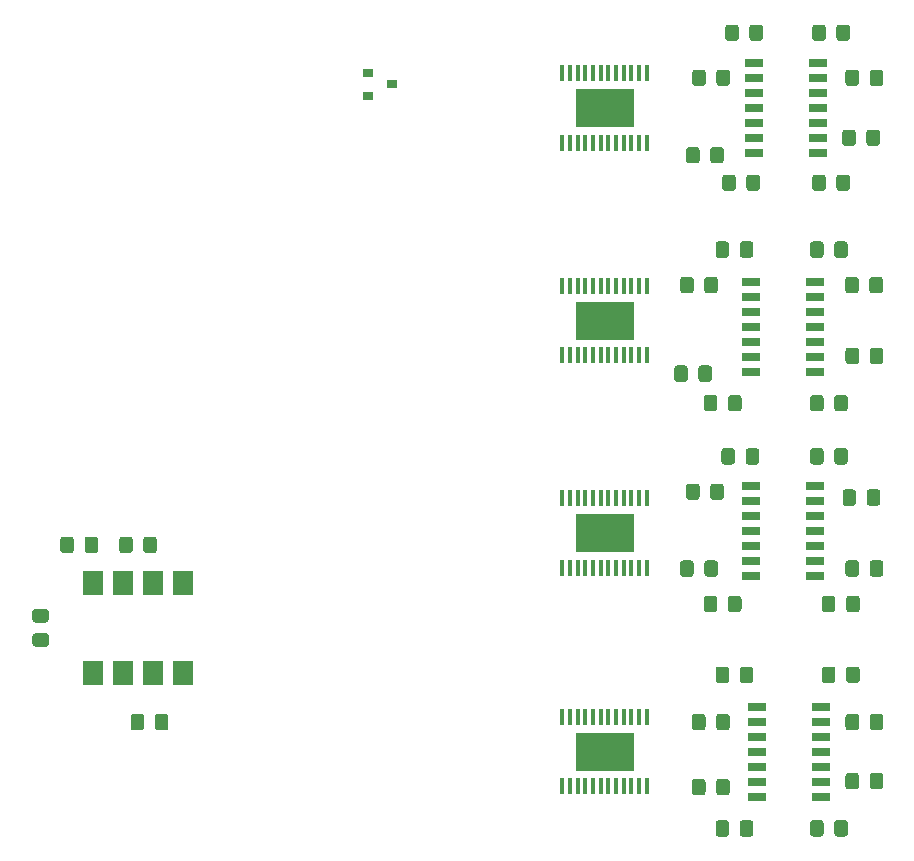
<source format=gbr>
%TF.GenerationSoftware,KiCad,Pcbnew,(5.1.7)-1*%
%TF.CreationDate,2020-10-31T18:56:12+01:00*%
%TF.ProjectId,MidiToCV,4d696469-546f-4435-962e-6b696361645f,rev?*%
%TF.SameCoordinates,Original*%
%TF.FileFunction,Paste,Top*%
%TF.FilePolarity,Positive*%
%FSLAX46Y46*%
G04 Gerber Fmt 4.6, Leading zero omitted, Abs format (unit mm)*
G04 Created by KiCad (PCBNEW (5.1.7)-1) date 2020-10-31 18:56:12*
%MOMM*%
%LPD*%
G01*
G04 APERTURE LIST*
%ADD10R,1.780000X2.000000*%
%ADD11R,0.900000X0.800000*%
%ADD12R,0.450000X1.475000*%
%ADD13R,5.020000X3.250000*%
%ADD14R,1.525000X0.650000*%
G04 APERTURE END LIST*
D10*
%TO.C,U4*%
X43690000Y-67190000D03*
X51310000Y-74810000D03*
X46230000Y-67190000D03*
X48770000Y-74810000D03*
X48770000Y-67190000D03*
X46230000Y-74810000D03*
X51310000Y-67190000D03*
X43690000Y-74810000D03*
%TD*%
%TO.C,R34*%
G36*
G01*
X47050000Y-63549999D02*
X47050000Y-64450001D01*
G75*
G02*
X46800001Y-64700000I-249999J0D01*
G01*
X46149999Y-64700000D01*
G75*
G02*
X45900000Y-64450001I0J249999D01*
G01*
X45900000Y-63549999D01*
G75*
G02*
X46149999Y-63300000I249999J0D01*
G01*
X46800001Y-63300000D01*
G75*
G02*
X47050000Y-63549999I0J-249999D01*
G01*
G37*
G36*
G01*
X49100000Y-63549999D02*
X49100000Y-64450001D01*
G75*
G02*
X48850001Y-64700000I-249999J0D01*
G01*
X48199999Y-64700000D01*
G75*
G02*
X47950000Y-64450001I0J249999D01*
G01*
X47950000Y-63549999D01*
G75*
G02*
X48199999Y-63300000I249999J0D01*
G01*
X48850001Y-63300000D01*
G75*
G02*
X49100000Y-63549999I0J-249999D01*
G01*
G37*
%TD*%
%TO.C,R33*%
G36*
G01*
X39700001Y-70575000D02*
X38799999Y-70575000D01*
G75*
G02*
X38550000Y-70325001I0J249999D01*
G01*
X38550000Y-69674999D01*
G75*
G02*
X38799999Y-69425000I249999J0D01*
G01*
X39700001Y-69425000D01*
G75*
G02*
X39950000Y-69674999I0J-249999D01*
G01*
X39950000Y-70325001D01*
G75*
G02*
X39700001Y-70575000I-249999J0D01*
G01*
G37*
G36*
G01*
X39700001Y-72625000D02*
X38799999Y-72625000D01*
G75*
G02*
X38550000Y-72375001I0J249999D01*
G01*
X38550000Y-71724999D01*
G75*
G02*
X38799999Y-71475000I249999J0D01*
G01*
X39700001Y-71475000D01*
G75*
G02*
X39950000Y-71724999I0J-249999D01*
G01*
X39950000Y-72375001D01*
G75*
G02*
X39700001Y-72625000I-249999J0D01*
G01*
G37*
%TD*%
%TO.C,D1*%
G36*
G01*
X48925000Y-79450001D02*
X48925000Y-78549999D01*
G75*
G02*
X49174999Y-78300000I249999J0D01*
G01*
X49825001Y-78300000D01*
G75*
G02*
X50075000Y-78549999I0J-249999D01*
G01*
X50075000Y-79450001D01*
G75*
G02*
X49825001Y-79700000I-249999J0D01*
G01*
X49174999Y-79700000D01*
G75*
G02*
X48925000Y-79450001I0J249999D01*
G01*
G37*
G36*
G01*
X46875000Y-79450001D02*
X46875000Y-78549999D01*
G75*
G02*
X47124999Y-78300000I249999J0D01*
G01*
X47775001Y-78300000D01*
G75*
G02*
X48025000Y-78549999I0J-249999D01*
G01*
X48025000Y-79450001D01*
G75*
G02*
X47775001Y-79700000I-249999J0D01*
G01*
X47124999Y-79700000D01*
G75*
G02*
X46875000Y-79450001I0J249999D01*
G01*
G37*
%TD*%
%TO.C,C1*%
G36*
G01*
X42975000Y-64450001D02*
X42975000Y-63549999D01*
G75*
G02*
X43224999Y-63300000I249999J0D01*
G01*
X43875001Y-63300000D01*
G75*
G02*
X44125000Y-63549999I0J-249999D01*
G01*
X44125000Y-64450001D01*
G75*
G02*
X43875001Y-64700000I-249999J0D01*
G01*
X43224999Y-64700000D01*
G75*
G02*
X42975000Y-64450001I0J249999D01*
G01*
G37*
G36*
G01*
X40925000Y-64450001D02*
X40925000Y-63549999D01*
G75*
G02*
X41174999Y-63300000I249999J0D01*
G01*
X41825001Y-63300000D01*
G75*
G02*
X42075000Y-63549999I0J-249999D01*
G01*
X42075000Y-64450001D01*
G75*
G02*
X41825001Y-64700000I-249999J0D01*
G01*
X41174999Y-64700000D01*
G75*
G02*
X40925000Y-64450001I0J249999D01*
G01*
G37*
%TD*%
D11*
%TO.C,U2*%
X69000000Y-25000000D03*
X67000000Y-25950000D03*
X67000000Y-24050000D03*
%TD*%
D12*
%TO.C,IC4*%
X90575000Y-78562000D03*
X89925000Y-78562000D03*
X89275000Y-78562000D03*
X88625000Y-78562000D03*
X87975000Y-78562000D03*
X87325000Y-78562000D03*
X86675000Y-78562000D03*
X86025000Y-78562000D03*
X85375000Y-78562000D03*
X84725000Y-78562000D03*
X84075000Y-78562000D03*
X83425000Y-78562000D03*
X83425000Y-84438000D03*
X84075000Y-84438000D03*
X84725000Y-84438000D03*
X85375000Y-84438000D03*
X86025000Y-84438000D03*
X86675000Y-84438000D03*
X87325000Y-84438000D03*
X87975000Y-84438000D03*
X88625000Y-84438000D03*
X89275000Y-84438000D03*
X89925000Y-84438000D03*
X90575000Y-84438000D03*
D13*
X87000000Y-81500000D03*
%TD*%
D12*
%TO.C,IC3*%
X90575000Y-60062000D03*
X89925000Y-60062000D03*
X89275000Y-60062000D03*
X88625000Y-60062000D03*
X87975000Y-60062000D03*
X87325000Y-60062000D03*
X86675000Y-60062000D03*
X86025000Y-60062000D03*
X85375000Y-60062000D03*
X84725000Y-60062000D03*
X84075000Y-60062000D03*
X83425000Y-60062000D03*
X83425000Y-65938000D03*
X84075000Y-65938000D03*
X84725000Y-65938000D03*
X85375000Y-65938000D03*
X86025000Y-65938000D03*
X86675000Y-65938000D03*
X87325000Y-65938000D03*
X87975000Y-65938000D03*
X88625000Y-65938000D03*
X89275000Y-65938000D03*
X89925000Y-65938000D03*
X90575000Y-65938000D03*
D13*
X87000000Y-63000000D03*
%TD*%
D12*
%TO.C,IC2*%
X90575000Y-42062000D03*
X89925000Y-42062000D03*
X89275000Y-42062000D03*
X88625000Y-42062000D03*
X87975000Y-42062000D03*
X87325000Y-42062000D03*
X86675000Y-42062000D03*
X86025000Y-42062000D03*
X85375000Y-42062000D03*
X84725000Y-42062000D03*
X84075000Y-42062000D03*
X83425000Y-42062000D03*
X83425000Y-47938000D03*
X84075000Y-47938000D03*
X84725000Y-47938000D03*
X85375000Y-47938000D03*
X86025000Y-47938000D03*
X86675000Y-47938000D03*
X87325000Y-47938000D03*
X87975000Y-47938000D03*
X88625000Y-47938000D03*
X89275000Y-47938000D03*
X89925000Y-47938000D03*
X90575000Y-47938000D03*
D13*
X87000000Y-45000000D03*
%TD*%
D12*
%TO.C,IC1*%
X90575000Y-24062000D03*
X89925000Y-24062000D03*
X89275000Y-24062000D03*
X88625000Y-24062000D03*
X87975000Y-24062000D03*
X87325000Y-24062000D03*
X86675000Y-24062000D03*
X86025000Y-24062000D03*
X85375000Y-24062000D03*
X84725000Y-24062000D03*
X84075000Y-24062000D03*
X83425000Y-24062000D03*
X83425000Y-29938000D03*
X84075000Y-29938000D03*
X84725000Y-29938000D03*
X85375000Y-29938000D03*
X86025000Y-29938000D03*
X86675000Y-29938000D03*
X87325000Y-29938000D03*
X87975000Y-29938000D03*
X88625000Y-29938000D03*
X89275000Y-29938000D03*
X89925000Y-29938000D03*
X90575000Y-29938000D03*
D13*
X87000000Y-27000000D03*
%TD*%
D14*
%TO.C,U7*%
X99893000Y-77705000D03*
X99893000Y-78975000D03*
X99893000Y-80245000D03*
X99893000Y-81515000D03*
X99893000Y-82785000D03*
X99893000Y-84055000D03*
X99893000Y-85325000D03*
X105317000Y-85325000D03*
X105317000Y-84055000D03*
X105317000Y-82785000D03*
X105317000Y-81515000D03*
X105317000Y-80245000D03*
X105317000Y-78975000D03*
X105317000Y-77705000D03*
%TD*%
%TO.C,U5*%
X99413000Y-58975000D03*
X99413000Y-60245000D03*
X99413000Y-61515000D03*
X99413000Y-62785000D03*
X99413000Y-64055000D03*
X99413000Y-65325000D03*
X99413000Y-66595000D03*
X104837000Y-66595000D03*
X104837000Y-65325000D03*
X104837000Y-64055000D03*
X104837000Y-62785000D03*
X104837000Y-61515000D03*
X104837000Y-60245000D03*
X104837000Y-58975000D03*
%TD*%
%TO.C,U3*%
X99413000Y-41705000D03*
X99413000Y-42975000D03*
X99413000Y-44245000D03*
X99413000Y-45515000D03*
X99413000Y-46785000D03*
X99413000Y-48055000D03*
X99413000Y-49325000D03*
X104837000Y-49325000D03*
X104837000Y-48055000D03*
X104837000Y-46785000D03*
X104837000Y-45515000D03*
X104837000Y-44245000D03*
X104837000Y-42975000D03*
X104837000Y-41705000D03*
%TD*%
%TO.C,R32*%
G36*
G01*
X108550000Y-83549999D02*
X108550000Y-84450001D01*
G75*
G02*
X108300001Y-84700000I-249999J0D01*
G01*
X107649999Y-84700000D01*
G75*
G02*
X107400000Y-84450001I0J249999D01*
G01*
X107400000Y-83549999D01*
G75*
G02*
X107649999Y-83300000I249999J0D01*
G01*
X108300001Y-83300000D01*
G75*
G02*
X108550000Y-83549999I0J-249999D01*
G01*
G37*
G36*
G01*
X110600000Y-83549999D02*
X110600000Y-84450001D01*
G75*
G02*
X110350001Y-84700000I-249999J0D01*
G01*
X109699999Y-84700000D01*
G75*
G02*
X109450000Y-84450001I0J249999D01*
G01*
X109450000Y-83549999D01*
G75*
G02*
X109699999Y-83300000I249999J0D01*
G01*
X110350001Y-83300000D01*
G75*
G02*
X110600000Y-83549999I0J-249999D01*
G01*
G37*
%TD*%
%TO.C,R31*%
G36*
G01*
X109450000Y-79450001D02*
X109450000Y-78549999D01*
G75*
G02*
X109699999Y-78300000I249999J0D01*
G01*
X110350001Y-78300000D01*
G75*
G02*
X110600000Y-78549999I0J-249999D01*
G01*
X110600000Y-79450001D01*
G75*
G02*
X110350001Y-79700000I-249999J0D01*
G01*
X109699999Y-79700000D01*
G75*
G02*
X109450000Y-79450001I0J249999D01*
G01*
G37*
G36*
G01*
X107400000Y-79450001D02*
X107400000Y-78549999D01*
G75*
G02*
X107649999Y-78300000I249999J0D01*
G01*
X108300001Y-78300000D01*
G75*
G02*
X108550000Y-78549999I0J-249999D01*
G01*
X108550000Y-79450001D01*
G75*
G02*
X108300001Y-79700000I-249999J0D01*
G01*
X107649999Y-79700000D01*
G75*
G02*
X107400000Y-79450001I0J249999D01*
G01*
G37*
%TD*%
%TO.C,R30*%
G36*
G01*
X106450000Y-88450001D02*
X106450000Y-87549999D01*
G75*
G02*
X106699999Y-87300000I249999J0D01*
G01*
X107350001Y-87300000D01*
G75*
G02*
X107600000Y-87549999I0J-249999D01*
G01*
X107600000Y-88450001D01*
G75*
G02*
X107350001Y-88700000I-249999J0D01*
G01*
X106699999Y-88700000D01*
G75*
G02*
X106450000Y-88450001I0J249999D01*
G01*
G37*
G36*
G01*
X104400000Y-88450001D02*
X104400000Y-87549999D01*
G75*
G02*
X104649999Y-87300000I249999J0D01*
G01*
X105300001Y-87300000D01*
G75*
G02*
X105550000Y-87549999I0J-249999D01*
G01*
X105550000Y-88450001D01*
G75*
G02*
X105300001Y-88700000I-249999J0D01*
G01*
X104649999Y-88700000D01*
G75*
G02*
X104400000Y-88450001I0J249999D01*
G01*
G37*
%TD*%
%TO.C,R29*%
G36*
G01*
X106550000Y-74549999D02*
X106550000Y-75450001D01*
G75*
G02*
X106300001Y-75700000I-249999J0D01*
G01*
X105649999Y-75700000D01*
G75*
G02*
X105400000Y-75450001I0J249999D01*
G01*
X105400000Y-74549999D01*
G75*
G02*
X105649999Y-74300000I249999J0D01*
G01*
X106300001Y-74300000D01*
G75*
G02*
X106550000Y-74549999I0J-249999D01*
G01*
G37*
G36*
G01*
X108600000Y-74549999D02*
X108600000Y-75450001D01*
G75*
G02*
X108350001Y-75700000I-249999J0D01*
G01*
X107699999Y-75700000D01*
G75*
G02*
X107450000Y-75450001I0J249999D01*
G01*
X107450000Y-74549999D01*
G75*
G02*
X107699999Y-74300000I249999J0D01*
G01*
X108350001Y-74300000D01*
G75*
G02*
X108600000Y-74549999I0J-249999D01*
G01*
G37*
%TD*%
%TO.C,R28*%
G36*
G01*
X98450000Y-75450001D02*
X98450000Y-74549999D01*
G75*
G02*
X98699999Y-74300000I249999J0D01*
G01*
X99350001Y-74300000D01*
G75*
G02*
X99600000Y-74549999I0J-249999D01*
G01*
X99600000Y-75450001D01*
G75*
G02*
X99350001Y-75700000I-249999J0D01*
G01*
X98699999Y-75700000D01*
G75*
G02*
X98450000Y-75450001I0J249999D01*
G01*
G37*
G36*
G01*
X96400000Y-75450001D02*
X96400000Y-74549999D01*
G75*
G02*
X96649999Y-74300000I249999J0D01*
G01*
X97300001Y-74300000D01*
G75*
G02*
X97550000Y-74549999I0J-249999D01*
G01*
X97550000Y-75450001D01*
G75*
G02*
X97300001Y-75700000I-249999J0D01*
G01*
X96649999Y-75700000D01*
G75*
G02*
X96400000Y-75450001I0J249999D01*
G01*
G37*
%TD*%
%TO.C,R27*%
G36*
G01*
X97550000Y-87549999D02*
X97550000Y-88450001D01*
G75*
G02*
X97300001Y-88700000I-249999J0D01*
G01*
X96649999Y-88700000D01*
G75*
G02*
X96400000Y-88450001I0J249999D01*
G01*
X96400000Y-87549999D01*
G75*
G02*
X96649999Y-87300000I249999J0D01*
G01*
X97300001Y-87300000D01*
G75*
G02*
X97550000Y-87549999I0J-249999D01*
G01*
G37*
G36*
G01*
X99600000Y-87549999D02*
X99600000Y-88450001D01*
G75*
G02*
X99350001Y-88700000I-249999J0D01*
G01*
X98699999Y-88700000D01*
G75*
G02*
X98450000Y-88450001I0J249999D01*
G01*
X98450000Y-87549999D01*
G75*
G02*
X98699999Y-87300000I249999J0D01*
G01*
X99350001Y-87300000D01*
G75*
G02*
X99600000Y-87549999I0J-249999D01*
G01*
G37*
%TD*%
%TO.C,R26*%
G36*
G01*
X96450000Y-79450001D02*
X96450000Y-78549999D01*
G75*
G02*
X96699999Y-78300000I249999J0D01*
G01*
X97350001Y-78300000D01*
G75*
G02*
X97600000Y-78549999I0J-249999D01*
G01*
X97600000Y-79450001D01*
G75*
G02*
X97350001Y-79700000I-249999J0D01*
G01*
X96699999Y-79700000D01*
G75*
G02*
X96450000Y-79450001I0J249999D01*
G01*
G37*
G36*
G01*
X94400000Y-79450001D02*
X94400000Y-78549999D01*
G75*
G02*
X94649999Y-78300000I249999J0D01*
G01*
X95300001Y-78300000D01*
G75*
G02*
X95550000Y-78549999I0J-249999D01*
G01*
X95550000Y-79450001D01*
G75*
G02*
X95300001Y-79700000I-249999J0D01*
G01*
X94649999Y-79700000D01*
G75*
G02*
X94400000Y-79450001I0J249999D01*
G01*
G37*
%TD*%
%TO.C,R25*%
G36*
G01*
X95550000Y-84049999D02*
X95550000Y-84950001D01*
G75*
G02*
X95300001Y-85200000I-249999J0D01*
G01*
X94649999Y-85200000D01*
G75*
G02*
X94400000Y-84950001I0J249999D01*
G01*
X94400000Y-84049999D01*
G75*
G02*
X94649999Y-83800000I249999J0D01*
G01*
X95300001Y-83800000D01*
G75*
G02*
X95550000Y-84049999I0J-249999D01*
G01*
G37*
G36*
G01*
X97600000Y-84049999D02*
X97600000Y-84950001D01*
G75*
G02*
X97350001Y-85200000I-249999J0D01*
G01*
X96699999Y-85200000D01*
G75*
G02*
X96450000Y-84950001I0J249999D01*
G01*
X96450000Y-84049999D01*
G75*
G02*
X96699999Y-83800000I249999J0D01*
G01*
X97350001Y-83800000D01*
G75*
G02*
X97600000Y-84049999I0J-249999D01*
G01*
G37*
%TD*%
%TO.C,R24*%
G36*
G01*
X108550000Y-65549999D02*
X108550000Y-66450001D01*
G75*
G02*
X108300001Y-66700000I-249999J0D01*
G01*
X107649999Y-66700000D01*
G75*
G02*
X107400000Y-66450001I0J249999D01*
G01*
X107400000Y-65549999D01*
G75*
G02*
X107649999Y-65300000I249999J0D01*
G01*
X108300001Y-65300000D01*
G75*
G02*
X108550000Y-65549999I0J-249999D01*
G01*
G37*
G36*
G01*
X110600000Y-65549999D02*
X110600000Y-66450001D01*
G75*
G02*
X110350001Y-66700000I-249999J0D01*
G01*
X109699999Y-66700000D01*
G75*
G02*
X109450000Y-66450001I0J249999D01*
G01*
X109450000Y-65549999D01*
G75*
G02*
X109699999Y-65300000I249999J0D01*
G01*
X110350001Y-65300000D01*
G75*
G02*
X110600000Y-65549999I0J-249999D01*
G01*
G37*
%TD*%
%TO.C,R23*%
G36*
G01*
X109200000Y-60450001D02*
X109200000Y-59549999D01*
G75*
G02*
X109449999Y-59300000I249999J0D01*
G01*
X110100001Y-59300000D01*
G75*
G02*
X110350000Y-59549999I0J-249999D01*
G01*
X110350000Y-60450001D01*
G75*
G02*
X110100001Y-60700000I-249999J0D01*
G01*
X109449999Y-60700000D01*
G75*
G02*
X109200000Y-60450001I0J249999D01*
G01*
G37*
G36*
G01*
X107150000Y-60450001D02*
X107150000Y-59549999D01*
G75*
G02*
X107399999Y-59300000I249999J0D01*
G01*
X108050001Y-59300000D01*
G75*
G02*
X108300000Y-59549999I0J-249999D01*
G01*
X108300000Y-60450001D01*
G75*
G02*
X108050001Y-60700000I-249999J0D01*
G01*
X107399999Y-60700000D01*
G75*
G02*
X107150000Y-60450001I0J249999D01*
G01*
G37*
%TD*%
%TO.C,R22*%
G36*
G01*
X107450000Y-69450001D02*
X107450000Y-68549999D01*
G75*
G02*
X107699999Y-68300000I249999J0D01*
G01*
X108350001Y-68300000D01*
G75*
G02*
X108600000Y-68549999I0J-249999D01*
G01*
X108600000Y-69450001D01*
G75*
G02*
X108350001Y-69700000I-249999J0D01*
G01*
X107699999Y-69700000D01*
G75*
G02*
X107450000Y-69450001I0J249999D01*
G01*
G37*
G36*
G01*
X105400000Y-69450001D02*
X105400000Y-68549999D01*
G75*
G02*
X105649999Y-68300000I249999J0D01*
G01*
X106300001Y-68300000D01*
G75*
G02*
X106550000Y-68549999I0J-249999D01*
G01*
X106550000Y-69450001D01*
G75*
G02*
X106300001Y-69700000I-249999J0D01*
G01*
X105649999Y-69700000D01*
G75*
G02*
X105400000Y-69450001I0J249999D01*
G01*
G37*
%TD*%
%TO.C,R21*%
G36*
G01*
X105550000Y-56049999D02*
X105550000Y-56950001D01*
G75*
G02*
X105300001Y-57200000I-249999J0D01*
G01*
X104649999Y-57200000D01*
G75*
G02*
X104400000Y-56950001I0J249999D01*
G01*
X104400000Y-56049999D01*
G75*
G02*
X104649999Y-55800000I249999J0D01*
G01*
X105300001Y-55800000D01*
G75*
G02*
X105550000Y-56049999I0J-249999D01*
G01*
G37*
G36*
G01*
X107600000Y-56049999D02*
X107600000Y-56950001D01*
G75*
G02*
X107350001Y-57200000I-249999J0D01*
G01*
X106699999Y-57200000D01*
G75*
G02*
X106450000Y-56950001I0J249999D01*
G01*
X106450000Y-56049999D01*
G75*
G02*
X106699999Y-55800000I249999J0D01*
G01*
X107350001Y-55800000D01*
G75*
G02*
X107600000Y-56049999I0J-249999D01*
G01*
G37*
%TD*%
%TO.C,R20*%
G36*
G01*
X98950000Y-56950001D02*
X98950000Y-56049999D01*
G75*
G02*
X99199999Y-55800000I249999J0D01*
G01*
X99850001Y-55800000D01*
G75*
G02*
X100100000Y-56049999I0J-249999D01*
G01*
X100100000Y-56950001D01*
G75*
G02*
X99850001Y-57200000I-249999J0D01*
G01*
X99199999Y-57200000D01*
G75*
G02*
X98950000Y-56950001I0J249999D01*
G01*
G37*
G36*
G01*
X96900000Y-56950001D02*
X96900000Y-56049999D01*
G75*
G02*
X97149999Y-55800000I249999J0D01*
G01*
X97800001Y-55800000D01*
G75*
G02*
X98050000Y-56049999I0J-249999D01*
G01*
X98050000Y-56950001D01*
G75*
G02*
X97800001Y-57200000I-249999J0D01*
G01*
X97149999Y-57200000D01*
G75*
G02*
X96900000Y-56950001I0J249999D01*
G01*
G37*
%TD*%
%TO.C,R19*%
G36*
G01*
X96550000Y-68549999D02*
X96550000Y-69450001D01*
G75*
G02*
X96300001Y-69700000I-249999J0D01*
G01*
X95649999Y-69700000D01*
G75*
G02*
X95400000Y-69450001I0J249999D01*
G01*
X95400000Y-68549999D01*
G75*
G02*
X95649999Y-68300000I249999J0D01*
G01*
X96300001Y-68300000D01*
G75*
G02*
X96550000Y-68549999I0J-249999D01*
G01*
G37*
G36*
G01*
X98600000Y-68549999D02*
X98600000Y-69450001D01*
G75*
G02*
X98350001Y-69700000I-249999J0D01*
G01*
X97699999Y-69700000D01*
G75*
G02*
X97450000Y-69450001I0J249999D01*
G01*
X97450000Y-68549999D01*
G75*
G02*
X97699999Y-68300000I249999J0D01*
G01*
X98350001Y-68300000D01*
G75*
G02*
X98600000Y-68549999I0J-249999D01*
G01*
G37*
%TD*%
%TO.C,R18*%
G36*
G01*
X95950000Y-59950001D02*
X95950000Y-59049999D01*
G75*
G02*
X96199999Y-58800000I249999J0D01*
G01*
X96850001Y-58800000D01*
G75*
G02*
X97100000Y-59049999I0J-249999D01*
G01*
X97100000Y-59950001D01*
G75*
G02*
X96850001Y-60200000I-249999J0D01*
G01*
X96199999Y-60200000D01*
G75*
G02*
X95950000Y-59950001I0J249999D01*
G01*
G37*
G36*
G01*
X93900000Y-59950001D02*
X93900000Y-59049999D01*
G75*
G02*
X94149999Y-58800000I249999J0D01*
G01*
X94800001Y-58800000D01*
G75*
G02*
X95050000Y-59049999I0J-249999D01*
G01*
X95050000Y-59950001D01*
G75*
G02*
X94800001Y-60200000I-249999J0D01*
G01*
X94149999Y-60200000D01*
G75*
G02*
X93900000Y-59950001I0J249999D01*
G01*
G37*
%TD*%
%TO.C,R17*%
G36*
G01*
X94550000Y-65549999D02*
X94550000Y-66450001D01*
G75*
G02*
X94300001Y-66700000I-249999J0D01*
G01*
X93649999Y-66700000D01*
G75*
G02*
X93400000Y-66450001I0J249999D01*
G01*
X93400000Y-65549999D01*
G75*
G02*
X93649999Y-65300000I249999J0D01*
G01*
X94300001Y-65300000D01*
G75*
G02*
X94550000Y-65549999I0J-249999D01*
G01*
G37*
G36*
G01*
X96600000Y-65549999D02*
X96600000Y-66450001D01*
G75*
G02*
X96350001Y-66700000I-249999J0D01*
G01*
X95699999Y-66700000D01*
G75*
G02*
X95450000Y-66450001I0J249999D01*
G01*
X95450000Y-65549999D01*
G75*
G02*
X95699999Y-65300000I249999J0D01*
G01*
X96350001Y-65300000D01*
G75*
G02*
X96600000Y-65549999I0J-249999D01*
G01*
G37*
%TD*%
%TO.C,R16*%
G36*
G01*
X108550000Y-47549999D02*
X108550000Y-48450001D01*
G75*
G02*
X108300001Y-48700000I-249999J0D01*
G01*
X107649999Y-48700000D01*
G75*
G02*
X107400000Y-48450001I0J249999D01*
G01*
X107400000Y-47549999D01*
G75*
G02*
X107649999Y-47300000I249999J0D01*
G01*
X108300001Y-47300000D01*
G75*
G02*
X108550000Y-47549999I0J-249999D01*
G01*
G37*
G36*
G01*
X110600000Y-47549999D02*
X110600000Y-48450001D01*
G75*
G02*
X110350001Y-48700000I-249999J0D01*
G01*
X109699999Y-48700000D01*
G75*
G02*
X109450000Y-48450001I0J249999D01*
G01*
X109450000Y-47549999D01*
G75*
G02*
X109699999Y-47300000I249999J0D01*
G01*
X110350001Y-47300000D01*
G75*
G02*
X110600000Y-47549999I0J-249999D01*
G01*
G37*
%TD*%
%TO.C,R15*%
G36*
G01*
X109425000Y-42450001D02*
X109425000Y-41549999D01*
G75*
G02*
X109674999Y-41300000I249999J0D01*
G01*
X110325001Y-41300000D01*
G75*
G02*
X110575000Y-41549999I0J-249999D01*
G01*
X110575000Y-42450001D01*
G75*
G02*
X110325001Y-42700000I-249999J0D01*
G01*
X109674999Y-42700000D01*
G75*
G02*
X109425000Y-42450001I0J249999D01*
G01*
G37*
G36*
G01*
X107375000Y-42450001D02*
X107375000Y-41549999D01*
G75*
G02*
X107624999Y-41300000I249999J0D01*
G01*
X108275001Y-41300000D01*
G75*
G02*
X108525000Y-41549999I0J-249999D01*
G01*
X108525000Y-42450001D01*
G75*
G02*
X108275001Y-42700000I-249999J0D01*
G01*
X107624999Y-42700000D01*
G75*
G02*
X107375000Y-42450001I0J249999D01*
G01*
G37*
%TD*%
%TO.C,R14*%
G36*
G01*
X106450000Y-52450001D02*
X106450000Y-51549999D01*
G75*
G02*
X106699999Y-51300000I249999J0D01*
G01*
X107350001Y-51300000D01*
G75*
G02*
X107600000Y-51549999I0J-249999D01*
G01*
X107600000Y-52450001D01*
G75*
G02*
X107350001Y-52700000I-249999J0D01*
G01*
X106699999Y-52700000D01*
G75*
G02*
X106450000Y-52450001I0J249999D01*
G01*
G37*
G36*
G01*
X104400000Y-52450001D02*
X104400000Y-51549999D01*
G75*
G02*
X104649999Y-51300000I249999J0D01*
G01*
X105300001Y-51300000D01*
G75*
G02*
X105550000Y-51549999I0J-249999D01*
G01*
X105550000Y-52450001D01*
G75*
G02*
X105300001Y-52700000I-249999J0D01*
G01*
X104649999Y-52700000D01*
G75*
G02*
X104400000Y-52450001I0J249999D01*
G01*
G37*
%TD*%
%TO.C,R13*%
G36*
G01*
X105550000Y-38549999D02*
X105550000Y-39450001D01*
G75*
G02*
X105300001Y-39700000I-249999J0D01*
G01*
X104649999Y-39700000D01*
G75*
G02*
X104400000Y-39450001I0J249999D01*
G01*
X104400000Y-38549999D01*
G75*
G02*
X104649999Y-38300000I249999J0D01*
G01*
X105300001Y-38300000D01*
G75*
G02*
X105550000Y-38549999I0J-249999D01*
G01*
G37*
G36*
G01*
X107600000Y-38549999D02*
X107600000Y-39450001D01*
G75*
G02*
X107350001Y-39700000I-249999J0D01*
G01*
X106699999Y-39700000D01*
G75*
G02*
X106450000Y-39450001I0J249999D01*
G01*
X106450000Y-38549999D01*
G75*
G02*
X106699999Y-38300000I249999J0D01*
G01*
X107350001Y-38300000D01*
G75*
G02*
X107600000Y-38549999I0J-249999D01*
G01*
G37*
%TD*%
%TO.C,R12*%
G36*
G01*
X98450000Y-39450001D02*
X98450000Y-38549999D01*
G75*
G02*
X98699999Y-38300000I249999J0D01*
G01*
X99350001Y-38300000D01*
G75*
G02*
X99600000Y-38549999I0J-249999D01*
G01*
X99600000Y-39450001D01*
G75*
G02*
X99350001Y-39700000I-249999J0D01*
G01*
X98699999Y-39700000D01*
G75*
G02*
X98450000Y-39450001I0J249999D01*
G01*
G37*
G36*
G01*
X96400000Y-39450001D02*
X96400000Y-38549999D01*
G75*
G02*
X96649999Y-38300000I249999J0D01*
G01*
X97300001Y-38300000D01*
G75*
G02*
X97550000Y-38549999I0J-249999D01*
G01*
X97550000Y-39450001D01*
G75*
G02*
X97300001Y-39700000I-249999J0D01*
G01*
X96649999Y-39700000D01*
G75*
G02*
X96400000Y-39450001I0J249999D01*
G01*
G37*
%TD*%
%TO.C,R11*%
G36*
G01*
X96550000Y-51549999D02*
X96550000Y-52450001D01*
G75*
G02*
X96300001Y-52700000I-249999J0D01*
G01*
X95649999Y-52700000D01*
G75*
G02*
X95400000Y-52450001I0J249999D01*
G01*
X95400000Y-51549999D01*
G75*
G02*
X95649999Y-51300000I249999J0D01*
G01*
X96300001Y-51300000D01*
G75*
G02*
X96550000Y-51549999I0J-249999D01*
G01*
G37*
G36*
G01*
X98600000Y-51549999D02*
X98600000Y-52450001D01*
G75*
G02*
X98350001Y-52700000I-249999J0D01*
G01*
X97699999Y-52700000D01*
G75*
G02*
X97450000Y-52450001I0J249999D01*
G01*
X97450000Y-51549999D01*
G75*
G02*
X97699999Y-51300000I249999J0D01*
G01*
X98350001Y-51300000D01*
G75*
G02*
X98600000Y-51549999I0J-249999D01*
G01*
G37*
%TD*%
%TO.C,R10*%
G36*
G01*
X95450000Y-42450001D02*
X95450000Y-41549999D01*
G75*
G02*
X95699999Y-41300000I249999J0D01*
G01*
X96350001Y-41300000D01*
G75*
G02*
X96600000Y-41549999I0J-249999D01*
G01*
X96600000Y-42450001D01*
G75*
G02*
X96350001Y-42700000I-249999J0D01*
G01*
X95699999Y-42700000D01*
G75*
G02*
X95450000Y-42450001I0J249999D01*
G01*
G37*
G36*
G01*
X93400000Y-42450001D02*
X93400000Y-41549999D01*
G75*
G02*
X93649999Y-41300000I249999J0D01*
G01*
X94300001Y-41300000D01*
G75*
G02*
X94550000Y-41549999I0J-249999D01*
G01*
X94550000Y-42450001D01*
G75*
G02*
X94300001Y-42700000I-249999J0D01*
G01*
X93649999Y-42700000D01*
G75*
G02*
X93400000Y-42450001I0J249999D01*
G01*
G37*
%TD*%
%TO.C,R9*%
G36*
G01*
X94050000Y-49049999D02*
X94050000Y-49950001D01*
G75*
G02*
X93800001Y-50200000I-249999J0D01*
G01*
X93149999Y-50200000D01*
G75*
G02*
X92900000Y-49950001I0J249999D01*
G01*
X92900000Y-49049999D01*
G75*
G02*
X93149999Y-48800000I249999J0D01*
G01*
X93800001Y-48800000D01*
G75*
G02*
X94050000Y-49049999I0J-249999D01*
G01*
G37*
G36*
G01*
X96100000Y-49049999D02*
X96100000Y-49950001D01*
G75*
G02*
X95850001Y-50200000I-249999J0D01*
G01*
X95199999Y-50200000D01*
G75*
G02*
X94950000Y-49950001I0J249999D01*
G01*
X94950000Y-49049999D01*
G75*
G02*
X95199999Y-48800000I249999J0D01*
G01*
X95850001Y-48800000D01*
G75*
G02*
X96100000Y-49049999I0J-249999D01*
G01*
G37*
%TD*%
%TO.C,U1*%
X99668000Y-23180000D03*
X99668000Y-24450000D03*
X99668000Y-25720000D03*
X99668000Y-26990000D03*
X99668000Y-28260000D03*
X99668000Y-29530000D03*
X99668000Y-30800000D03*
X105092000Y-30800000D03*
X105092000Y-29530000D03*
X105092000Y-28260000D03*
X105092000Y-26990000D03*
X105092000Y-25720000D03*
X105092000Y-24450000D03*
X105092000Y-23180000D03*
%TD*%
%TO.C,R8*%
G36*
G01*
X108280000Y-29079999D02*
X108280000Y-29980001D01*
G75*
G02*
X108030001Y-30230000I-249999J0D01*
G01*
X107379999Y-30230000D01*
G75*
G02*
X107130000Y-29980001I0J249999D01*
G01*
X107130000Y-29079999D01*
G75*
G02*
X107379999Y-28830000I249999J0D01*
G01*
X108030001Y-28830000D01*
G75*
G02*
X108280000Y-29079999I0J-249999D01*
G01*
G37*
G36*
G01*
X110330000Y-29079999D02*
X110330000Y-29980001D01*
G75*
G02*
X110080001Y-30230000I-249999J0D01*
G01*
X109429999Y-30230000D01*
G75*
G02*
X109180000Y-29980001I0J249999D01*
G01*
X109180000Y-29079999D01*
G75*
G02*
X109429999Y-28830000I249999J0D01*
G01*
X110080001Y-28830000D01*
G75*
G02*
X110330000Y-29079999I0J-249999D01*
G01*
G37*
%TD*%
%TO.C,R7*%
G36*
G01*
X106640000Y-33790001D02*
X106640000Y-32889999D01*
G75*
G02*
X106889999Y-32640000I249999J0D01*
G01*
X107540001Y-32640000D01*
G75*
G02*
X107790000Y-32889999I0J-249999D01*
G01*
X107790000Y-33790001D01*
G75*
G02*
X107540001Y-34040000I-249999J0D01*
G01*
X106889999Y-34040000D01*
G75*
G02*
X106640000Y-33790001I0J249999D01*
G01*
G37*
G36*
G01*
X104590000Y-33790001D02*
X104590000Y-32889999D01*
G75*
G02*
X104839999Y-32640000I249999J0D01*
G01*
X105490001Y-32640000D01*
G75*
G02*
X105740000Y-32889999I0J-249999D01*
G01*
X105740000Y-33790001D01*
G75*
G02*
X105490001Y-34040000I-249999J0D01*
G01*
X104839999Y-34040000D01*
G75*
G02*
X104590000Y-33790001I0J249999D01*
G01*
G37*
%TD*%
%TO.C,R6*%
G36*
G01*
X109450000Y-24900001D02*
X109450000Y-23999999D01*
G75*
G02*
X109699999Y-23750000I249999J0D01*
G01*
X110350001Y-23750000D01*
G75*
G02*
X110600000Y-23999999I0J-249999D01*
G01*
X110600000Y-24900001D01*
G75*
G02*
X110350001Y-25150000I-249999J0D01*
G01*
X109699999Y-25150000D01*
G75*
G02*
X109450000Y-24900001I0J249999D01*
G01*
G37*
G36*
G01*
X107400000Y-24900001D02*
X107400000Y-23999999D01*
G75*
G02*
X107649999Y-23750000I249999J0D01*
G01*
X108300001Y-23750000D01*
G75*
G02*
X108550000Y-23999999I0J-249999D01*
G01*
X108550000Y-24900001D01*
G75*
G02*
X108300001Y-25150000I-249999J0D01*
G01*
X107649999Y-25150000D01*
G75*
G02*
X107400000Y-24900001I0J249999D01*
G01*
G37*
%TD*%
%TO.C,R5*%
G36*
G01*
X105740000Y-20189999D02*
X105740000Y-21090001D01*
G75*
G02*
X105490001Y-21340000I-249999J0D01*
G01*
X104839999Y-21340000D01*
G75*
G02*
X104590000Y-21090001I0J249999D01*
G01*
X104590000Y-20189999D01*
G75*
G02*
X104839999Y-19940000I249999J0D01*
G01*
X105490001Y-19940000D01*
G75*
G02*
X105740000Y-20189999I0J-249999D01*
G01*
G37*
G36*
G01*
X107790000Y-20189999D02*
X107790000Y-21090001D01*
G75*
G02*
X107540001Y-21340000I-249999J0D01*
G01*
X106889999Y-21340000D01*
G75*
G02*
X106640000Y-21090001I0J249999D01*
G01*
X106640000Y-20189999D01*
G75*
G02*
X106889999Y-19940000I249999J0D01*
G01*
X107540001Y-19940000D01*
G75*
G02*
X107790000Y-20189999I0J-249999D01*
G01*
G37*
%TD*%
%TO.C,R4*%
G36*
G01*
X96480000Y-24900001D02*
X96480000Y-23999999D01*
G75*
G02*
X96729999Y-23750000I249999J0D01*
G01*
X97380001Y-23750000D01*
G75*
G02*
X97630000Y-23999999I0J-249999D01*
G01*
X97630000Y-24900001D01*
G75*
G02*
X97380001Y-25150000I-249999J0D01*
G01*
X96729999Y-25150000D01*
G75*
G02*
X96480000Y-24900001I0J249999D01*
G01*
G37*
G36*
G01*
X94430000Y-24900001D02*
X94430000Y-23999999D01*
G75*
G02*
X94679999Y-23750000I249999J0D01*
G01*
X95330001Y-23750000D01*
G75*
G02*
X95580000Y-23999999I0J-249999D01*
G01*
X95580000Y-24900001D01*
G75*
G02*
X95330001Y-25150000I-249999J0D01*
G01*
X94679999Y-25150000D01*
G75*
G02*
X94430000Y-24900001I0J249999D01*
G01*
G37*
%TD*%
%TO.C,R3*%
G36*
G01*
X95050000Y-30549999D02*
X95050000Y-31450001D01*
G75*
G02*
X94800001Y-31700000I-249999J0D01*
G01*
X94149999Y-31700000D01*
G75*
G02*
X93900000Y-31450001I0J249999D01*
G01*
X93900000Y-30549999D01*
G75*
G02*
X94149999Y-30300000I249999J0D01*
G01*
X94800001Y-30300000D01*
G75*
G02*
X95050000Y-30549999I0J-249999D01*
G01*
G37*
G36*
G01*
X97100000Y-30549999D02*
X97100000Y-31450001D01*
G75*
G02*
X96850001Y-31700000I-249999J0D01*
G01*
X96199999Y-31700000D01*
G75*
G02*
X95950000Y-31450001I0J249999D01*
G01*
X95950000Y-30549999D01*
G75*
G02*
X96199999Y-30300000I249999J0D01*
G01*
X96850001Y-30300000D01*
G75*
G02*
X97100000Y-30549999I0J-249999D01*
G01*
G37*
%TD*%
%TO.C,R2*%
G36*
G01*
X99265000Y-21090001D02*
X99265000Y-20189999D01*
G75*
G02*
X99514999Y-19940000I249999J0D01*
G01*
X100165001Y-19940000D01*
G75*
G02*
X100415000Y-20189999I0J-249999D01*
G01*
X100415000Y-21090001D01*
G75*
G02*
X100165001Y-21340000I-249999J0D01*
G01*
X99514999Y-21340000D01*
G75*
G02*
X99265000Y-21090001I0J249999D01*
G01*
G37*
G36*
G01*
X97215000Y-21090001D02*
X97215000Y-20189999D01*
G75*
G02*
X97464999Y-19940000I249999J0D01*
G01*
X98115001Y-19940000D01*
G75*
G02*
X98365000Y-20189999I0J-249999D01*
G01*
X98365000Y-21090001D01*
G75*
G02*
X98115001Y-21340000I-249999J0D01*
G01*
X97464999Y-21340000D01*
G75*
G02*
X97215000Y-21090001I0J249999D01*
G01*
G37*
%TD*%
%TO.C,R1*%
G36*
G01*
X98120000Y-32889999D02*
X98120000Y-33790001D01*
G75*
G02*
X97870001Y-34040000I-249999J0D01*
G01*
X97219999Y-34040000D01*
G75*
G02*
X96970000Y-33790001I0J249999D01*
G01*
X96970000Y-32889999D01*
G75*
G02*
X97219999Y-32640000I249999J0D01*
G01*
X97870001Y-32640000D01*
G75*
G02*
X98120000Y-32889999I0J-249999D01*
G01*
G37*
G36*
G01*
X100170000Y-32889999D02*
X100170000Y-33790001D01*
G75*
G02*
X99920001Y-34040000I-249999J0D01*
G01*
X99269999Y-34040000D01*
G75*
G02*
X99020000Y-33790001I0J249999D01*
G01*
X99020000Y-32889999D01*
G75*
G02*
X99269999Y-32640000I249999J0D01*
G01*
X99920001Y-32640000D01*
G75*
G02*
X100170000Y-32889999I0J-249999D01*
G01*
G37*
%TD*%
M02*

</source>
